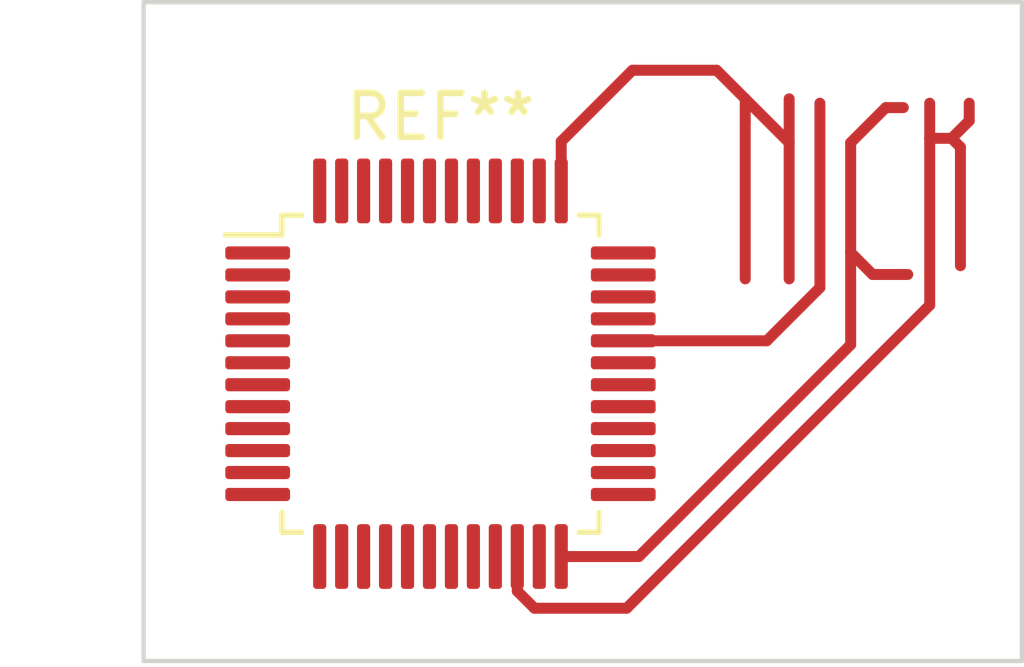
<source format=kicad_pcb>
(kicad_pcb (version 20211014) (generator pcbnew)
  (layers (0 "F.Cu" signal) (31 "B.Cu" signal) (34 "B.Paste" user) (35 "F.Paste" user) (36 "B.SilkS" user "B.Silkscreen") (37 "F.SilkS" user "F.Silkscreen") (38 "B.Mask" user) (39 "F.Mask" user) (44 "Edge.Cuts" user))
  (net 0 "")
  (footprint "Package_QFP:LQFP-48_7x7mm_P0.5mm" (layer "F.Cu") (at 111.76 60.96)
    (fp_text reference "REF**" (at 0 -5.85) (layer "F.SilkS"))
    (fp_text value "LQFP-48_7x7mm_P0.5mm")
    (fp_line (start 3.16 3.61) (end 3.61 3.61) (layer "F.SilkS") (width 0.12))
    (fp_line (start -3.61 -3.61) (end -3.61 -3.16) (layer "F.SilkS") (width 0.12))
    (fp_line (start 3.61 3.61) (end 3.61 3.16) (layer "F.SilkS") (width 0.12))
    (fp_line (start 3.16 -3.61) (end 3.61 -3.61) (layer "F.SilkS") (width 0.12))
    (fp_line (start -3.61 -3.16) (end -4.9 -3.16) (layer "F.SilkS") (width 0.12))
    (fp_line (start 3.61 -3.61) (end 3.61 -3.16) (layer "F.SilkS") (width 0.12))
    (fp_line (start -3.16 3.61) (end -3.61 3.61) (layer "F.SilkS") (width 0.12))
    (fp_line (start -3.16 -3.61) (end -3.61 -3.61) (layer "F.SilkS") (width 0.12))
    (fp_line (start -3.61 3.61) (end -3.61 3.16) (layer "F.SilkS") (width 0.12))
    (pad "1" smd roundrect (at -4.1625 -2.75) (size 1.475 0.3) (layers "F.Cu" "F.Paste" "F.Mask"))
    (pad "2" smd roundrect (at -4.1625 -2.25) (size 1.475 0.3) (layers "F.Cu" "F.Paste" "F.Mask"))
    (pad "3" smd roundrect (at -4.1625 -1.75) (size 1.475 0.3) (layers "F.Cu" "F.Paste" "F.Mask"))
    (pad "4" smd roundrect (at -4.1625 -1.25) (size 1.475 0.3) (layers "F.Cu" "F.Paste" "F.Mask"))
    (pad "5" smd roundrect (at -4.1625 -0.75) (size 1.475 0.3) (layers "F.Cu" "F.Paste" "F.Mask"))
    (pad "6" smd roundrect (at -4.1625 -0.25) (size 1.475 0.3) (layers "F.Cu" "F.Paste" "F.Mask"))
    (pad "7" smd roundrect (at -4.1625 0.25) (size 1.475 0.3) (layers "F.Cu" "F.Paste" "F.Mask"))
    (pad "8" smd roundrect (at -4.1625 0.75) (size 1.475 0.3) (layers "F.Cu" "F.Paste" "F.Mask"))
    (pad "9" smd roundrect (at -4.1625 1.25) (size 1.475 0.3) (layers "F.Cu" "F.Paste" "F.Mask"))
    (pad "10" smd roundrect (at -4.1625 1.75) (size 1.475 0.3) (layers "F.Cu" "F.Paste" "F.Mask"))
    (pad "11" smd roundrect (at -4.1625 2.25) (size 1.475 0.3) (layers "F.Cu" "F.Paste" "F.Mask"))
    (pad "12" smd roundrect (at -4.1625 2.75) (size 1.475 0.3) (layers "F.Cu" "F.Paste" "F.Mask"))
    (pad "13" smd roundrect (at -2.75 4.1625) (size 0.3 1.475) (layers "F.Cu" "F.Paste" "F.Mask"))
    (pad "14" smd roundrect (at -2.25 4.1625) (size 0.3 1.475) (layers "F.Cu" "F.Paste" "F.Mask"))
    (pad "15" smd roundrect (at -1.75 4.1625) (size 0.3 1.475) (layers "F.Cu" "F.Paste" "F.Mask"))
    (pad "16" smd roundrect (at -1.25 4.1625) (size 0.3 1.475) (layers "F.Cu" "F.Paste" "F.Mask"))
    (pad "17" smd roundrect (at -0.75 4.1625) (size 0.3 1.475) (layers "F.Cu" "F.Paste" "F.Mask"))
    (pad "18" smd roundrect (at -0.25 4.1625) (size 0.3 1.475) (layers "F.Cu" "F.Paste" "F.Mask"))
    (pad "19" smd roundrect (at 0.25 4.1625) (size 0.3 1.475) (layers "F.Cu" "F.Paste" "F.Mask"))
    (pad "20" smd roundrect (at 0.75 4.1625) (size 0.3 1.475) (layers "F.Cu" "F.Paste" "F.Mask"))
    (pad "21" smd roundrect (at 1.25 4.1625) (size 0.3 1.475) (layers "F.Cu" "F.Paste" "F.Mask"))
    (pad "22" smd roundrect (at 1.75 4.1625) (size 0.3 1.475) (layers "F.Cu" "F.Paste" "F.Mask"))
    (pad "23" smd roundrect (at 2.25 4.1625) (size 0.3 1.475) (layers "F.Cu" "F.Paste" "F.Mask"))
    (pad "24" smd roundrect (at 2.75 4.1625) (size 0.3 1.475) (layers "F.Cu" "F.Paste" "F.Mask"))
    (pad "25" smd roundrect (at 4.1625 2.75) (size 1.475 0.3) (layers "F.Cu" "F.Paste" "F.Mask"))
    (pad "26" smd roundrect (at 4.1625 2.25) (size 1.475 0.3) (layers "F.Cu" "F.Paste" "F.Mask"))
    (pad "27" smd roundrect (at 4.1625 1.75) (size 1.475 0.3) (layers "F.Cu" "F.Paste" "F.Mask"))
    (pad "28" smd roundrect (at 4.1625 1.25) (size 1.475 0.3) (layers "F.Cu" "F.Paste" "F.Mask"))
    (pad "29" smd roundrect (at 4.1625 0.75) (size 1.475 0.3) (layers "F.Cu" "F.Paste" "F.Mask"))
    (pad "30" smd roundrect (at 4.1625 0.25) (size 1.475 0.3) (layers "F.Cu" "F.Paste" "F.Mask"))
    (pad "31" smd roundrect (at 4.1625 -0.25) (size 1.475 0.3) (layers "F.Cu" "F.Paste" "F.Mask"))
    (pad "32" smd roundrect (at 4.1625 -0.75) (size 1.475 0.3) (layers "F.Cu" "F.Paste" "F.Mask"))
    (pad "33" smd roundrect (at 4.1625 -1.25) (size 1.475 0.3) (layers "F.Cu" "F.Paste" "F.Mask"))
    (pad "34" smd roundrect (at 4.1625 -1.75) (size 1.475 0.3) (layers "F.Cu" "F.Paste" "F.Mask"))
    (pad "35" smd roundrect (at 4.1625 -2.25) (size 1.475 0.3) (layers "F.Cu" "F.Paste" "F.Mask"))
    (pad "36" smd roundrect (at 4.1625 -2.75) (size 1.475 0.3) (layers "F.Cu" "F.Paste" "F.Mask"))
    (pad "37" smd roundrect (at 2.75 -4.1625) (size 0.3 1.475) (layers "F.Cu" "F.Paste" "F.Mask"))
    (pad "38" smd roundrect (at 2.25 -4.1625) (size 0.3 1.475) (layers "F.Cu" "F.Paste" "F.Mask"))
    (pad "39" smd roundrect (at 1.75 -4.1625) (size 0.3 1.475) (layers "F.Cu" "F.Paste" "F.Mask"))
    (pad "40" smd roundrect (at 1.25 -4.1625) (size 0.3 1.475) (layers "F.Cu" "F.Paste" "F.Mask"))
    (pad "41" smd roundrect (at 0.75 -4.1625) (size 0.3 1.475) (layers "F.Cu" "F.Paste" "F.Mask"))
    (pad "42" smd roundrect (at 0.25 -4.1625) (size 0.3 1.475) (layers "F.Cu" "F.Paste" "F.Mask"))
    (pad "43" smd roundrect (at -0.25 -4.1625) (size 0.3 1.475) (layers "F.Cu" "F.Paste" "F.Mask"))
    (pad "44" smd roundrect (at -0.75 -4.1625) (size 0.3 1.475) (layers "F.Cu" "F.Paste" "F.Mask"))
    (pad "45" smd roundrect (at -1.25 -4.1625) (size 0.3 1.475) (layers "F.Cu" "F.Paste" "F.Mask"))
    (pad "46" smd roundrect (at -1.75 -4.1625) (size 0.3 1.475) (layers "F.Cu" "F.Paste" "F.Mask"))
    (pad "47" smd roundrect (at -2.25 -4.1625) (size 0.3 1.475) (layers "F.Cu" "F.Paste" "F.Mask"))
    (pad "48" smd roundrect (at -2.75 -4.1625) (size 0.3 1.475) (layers "F.Cu" "F.Paste" "F.Mask"))
  )
  (gr_rect (start 105 67.5) (end 105 52.5) (layer "Edge.Cuts") (width 0.1) (fill none))
  (gr_rect (start 125 52.5) (end 105 52.5) (layer "Edge.Cuts") (width 0.1) (fill none))
  (gr_rect (start 105 67.5) (end 125 67.5) (layer "Edge.Cuts") (width 0.1) (fill none))
  (gr_rect (start 125 52.5) (end 125 67.5) (layer "Edge.Cuts") (width 0.1) (fill none))
  (segment (start 118.05 54.05) (end 118.7 54.7) (width 0.25) (layer "F.Cu") (net 0))
  (segment (start 122.9 54.8) (end 122.9 55.6) (width 0.25) (layer "F.Cu") (net 0))
  (segment (start 113.51 65.91) (end 113.51 65.1225) (width 0.25) (layer "F.Cu") (net 0))
  (segment (start 120.4 59) (end 120.4 54.8) (width 0.25) (layer "F.Cu") (net 0))
  (segment (start 116.2775 65.1225) (end 120.9 60.5) (width 0.25) (layer "F.Cu") (net 0))
  (segment (start 115.9225 60.21) (end 119.19 60.21) (width 0.25) (layer "F.Cu") (net 0))
  (segment (start 123.6 55.8) (end 123.6 58.5) (width 0.25) (layer "F.Cu") (net 0))
  (segment (start 122.9 55.6) (end 123.4 55.6) (width 0.25) (layer "F.Cu") (net 0))
  (segment (start 122.9 55.6) (end 122.9 59.4) (width 0.25) (layer "F.Cu") (net 0))
  (segment (start 116 66.3) (end 113.9 66.3) (width 0.25) (layer "F.Cu") (net 0))
  (segment (start 121.1 55.7) (end 121.9 54.9) (width 0.25) (layer "F.Cu") (net 0))
  (segment (start 121.9 54.9) (end 122.3 54.9) (width 0.25) (layer "F.Cu") (net 0))
  (segment (start 116.13 54.05) (end 118.05 54.05) (width 0.25) (layer "F.Cu") (net 0))
  (segment (start 121.6 58.7) (end 122.4 58.7) (width 0.25) (layer "F.Cu") (net 0))
  (segment (start 118.7 55.2) (end 118.7 58.8) (width 0.25) (layer "F.Cu") (net 0))
  (segment (start 114.51 56.7975) (end 114.51 55.67) (width 0.25) (layer "F.Cu") (net 0))
  (segment (start 121.1 58.2) (end 121.1 55.7) (width 0.25) (layer "F.Cu") (net 0))
  (segment (start 122.9 59.4) (end 116 66.3) (width 0.25) (layer "F.Cu") (net 0))
  (segment (start 123.8 55.2) (end 123.8 54.8) (width 0.25) (layer "F.Cu") (net 0))
  (segment (start 123.4 55.6) (end 123.6 55.8) (width 0.25) (layer "F.Cu") (net 0))
  (segment (start 120.9 60.5) (end 121.1 60.3) (width 0.25) (layer "F.Cu") (net 0))
  (segment (start 121.1 58.2) (end 121.6 58.7) (width 0.25) (layer "F.Cu") (net 0))
  (segment (start 118.7 54.7) (end 118.7 55.2) (width 0.25) (layer "F.Cu") (net 0))
  (segment (start 114.51 55.67) (end 116.13 54.05) (width 0.25) (layer "F.Cu") (net 0))
  (segment (start 114.51 65.1225) (end 116.2775 65.1225) (width 0.25) (layer "F.Cu") (net 0))
  (segment (start 119.7 55.7) (end 119.7 58.8) (width 0.25) (layer "F.Cu") (net 0))
  (segment (start 123.4 55.6) (end 123.8 55.2) (width 0.25) (layer "F.Cu") (net 0))
  (segment (start 119.7 55.7) (end 119.7 54.7) (width 0.25) (layer "F.Cu") (net 0))
  (segment (start 119.19 60.21) (end 120.4 59) (width 0.25) (layer "F.Cu") (net 0))
  (segment (start 121.1 60.3) (end 121.1 58.2) (width 0.25) (layer "F.Cu") (net 0))
  (segment (start 113.9 66.3) (end 113.51 65.91) (width 0.25) (layer "F.Cu") (net 0))
  (segment (start 118.7 54.7) (end 119.7 55.7) (width 0.25) (layer "F.Cu") (net 0))
)
</source>
